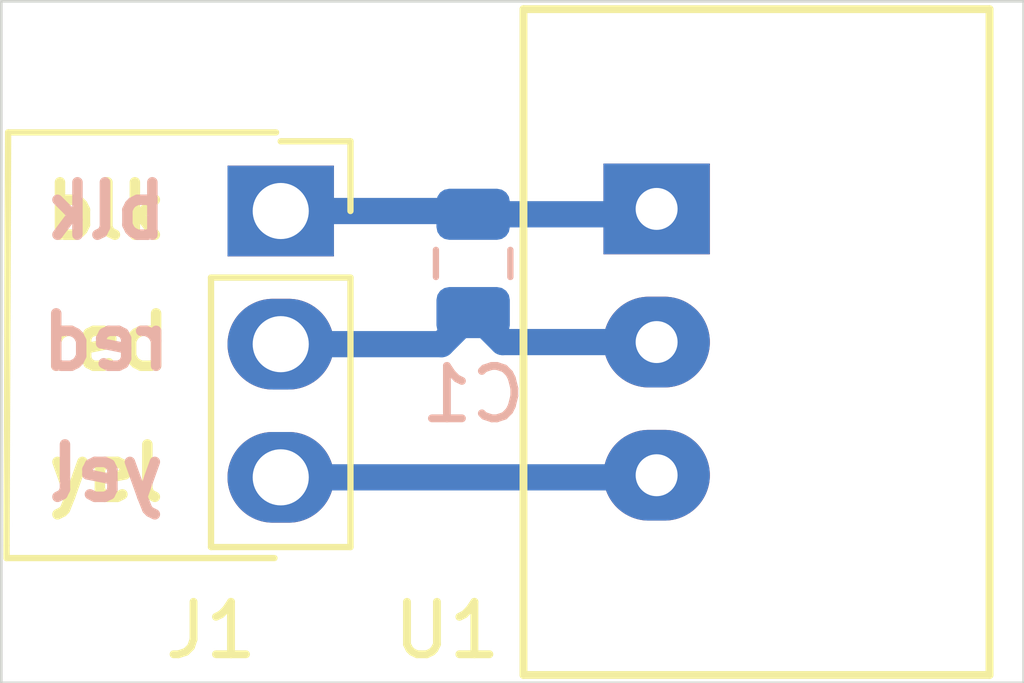
<source format=kicad_pcb>
(kicad_pcb (version 20171130) (host pcbnew "(5.1.5)-3")

  (general
    (thickness 1.6)
    (drawings 15)
    (tracks 11)
    (zones 0)
    (modules 3)
    (nets 4)
  )

  (page A4)
  (layers
    (0 F.Cu signal)
    (31 B.Cu signal)
    (32 B.Adhes user)
    (33 F.Adhes user)
    (34 B.Paste user)
    (35 F.Paste user)
    (36 B.SilkS user)
    (37 F.SilkS user)
    (38 B.Mask user)
    (39 F.Mask user)
    (40 Dwgs.User user)
    (41 Cmts.User user)
    (42 Eco1.User user)
    (43 Eco2.User user)
    (44 Edge.Cuts user)
    (45 Margin user)
    (46 B.CrtYd user)
    (47 F.CrtYd user hide)
    (48 B.Fab user)
    (49 F.Fab user hide)
  )

  (setup
    (last_trace_width 0.25)
    (trace_clearance 0.2)
    (zone_clearance 0.508)
    (zone_45_only no)
    (trace_min 0.2)
    (via_size 0.8)
    (via_drill 0.4)
    (via_min_size 0.4)
    (via_min_drill 0.3)
    (uvia_size 0.3)
    (uvia_drill 0.1)
    (uvias_allowed no)
    (uvia_min_size 0.2)
    (uvia_min_drill 0.1)
    (edge_width 0.05)
    (segment_width 0.2)
    (pcb_text_width 0.3)
    (pcb_text_size 1.5 1.5)
    (mod_edge_width 0.12)
    (mod_text_size 1 1)
    (mod_text_width 0.15)
    (pad_size 1.524 1.524)
    (pad_drill 0.762)
    (pad_to_mask_clearance 0.051)
    (solder_mask_min_width 0.25)
    (aux_axis_origin 0 0)
    (visible_elements FFFFFF7F)
    (pcbplotparams
      (layerselection 0x010fc_ffffffff)
      (usegerberextensions false)
      (usegerberattributes false)
      (usegerberadvancedattributes false)
      (creategerberjobfile false)
      (excludeedgelayer true)
      (linewidth 0.100000)
      (plotframeref false)
      (viasonmask false)
      (mode 1)
      (useauxorigin false)
      (hpglpennumber 1)
      (hpglpenspeed 20)
      (hpglpendiameter 15.000000)
      (psnegative false)
      (psa4output false)
      (plotreference true)
      (plotvalue true)
      (plotinvisibletext false)
      (padsonsilk false)
      (subtractmaskfromsilk false)
      (outputformat 1)
      (mirror false)
      (drillshape 1)
      (scaleselection 1)
      (outputdirectory ""))
  )

  (net 0 "")
  (net 1 "Net-(C1-Pad1)")
  (net 2 "Net-(C1-Pad2)")
  (net 3 "Net-(J1-Pad3)")

  (net_class Default "This is the default net class."
    (clearance 0.2)
    (trace_width 0.25)
    (via_dia 0.8)
    (via_drill 0.4)
    (uvia_dia 0.3)
    (uvia_drill 0.1)
    (add_net "Net-(C1-Pad1)")
    (add_net "Net-(C1-Pad2)")
    (add_net "Net-(J1-Pad3)")
  )

  (module OpticalHeaderRev0:OpticalTX (layer F.Cu) (tedit 5E5C08D0) (tstamp 5E5C3F53)
    (at 142.5 112.5 270)
    (descr "3-pin CPU fan Through hole pin header, see http://www.formfactors.org/developer%5Cspecs%5Crev1_2_public.pdf")
    (tags "pin header 3-pin CPU fan")
    (path /5E5C0921)
    (fp_text reference U1 (at 5.5 4 180) (layer F.SilkS)
      (effects (font (size 1 1) (thickness 0.15)))
    )
    (fp_text value "Optical TX" (at 0 5.08 90) (layer F.Fab)
      (effects (font (size 1 1) (thickness 0.15)))
    )
    (fp_line (start -6.35 -6.35) (end -6.35 2.54) (layer F.SilkS) (width 0.15))
    (fp_line (start 6.35 -6.35) (end -6.35 -6.35) (layer F.SilkS) (width 0.15))
    (fp_line (start 6.35 2.54) (end 6.35 -6.35) (layer F.SilkS) (width 0.15))
    (fp_line (start -6.35 2.54) (end 6.35 2.54) (layer F.SilkS) (width 0.15))
    (fp_text user %R (at -5.08 3.81 90) (layer F.Fab)
      (effects (font (size 1 1) (thickness 0.15)))
    )
    (pad "" np_thru_hole circle (at 3.81 -3.81) (size 3.3 3.3) (drill 3.3) (layers *.Cu *.Mask))
    (pad "" np_thru_hole circle (at -3.81 -3.81) (size 3.3 3.3) (drill 3.3) (layers *.Cu *.Mask))
    (pad 3 thru_hole oval (at 2.54 0) (size 2.03 1.73) (drill 0.8) (layers *.Cu *.Mask)
      (net 3 "Net-(J1-Pad3)"))
    (pad 2 thru_hole oval (at 0 0) (size 2.03 1.73) (drill 0.8) (layers *.Cu *.Mask)
      (net 1 "Net-(C1-Pad1)"))
    (pad 1 thru_hole rect (at -2.54 0) (size 2.03 1.73) (drill 0.8) (layers *.Cu *.Mask)
      (net 2 "Net-(C1-Pad2)"))
    (model ${KISYS3DMOD}/Connector.3dshapes/FanPinHeader_1x03_P2.54mm_Vertical.wrl
      (at (xyz 0 0 0))
      (scale (xyz 1 1 1))
      (rotate (xyz 0 0 0))
    )
  )

  (module Capacitor_SMD:C_0805_2012Metric (layer B.Cu) (tedit 5B36C52B) (tstamp 5E5C44F9)
    (at 139 111 90)
    (descr "Capacitor SMD 0805 (2012 Metric), square (rectangular) end terminal, IPC_7351 nominal, (Body size source: https://docs.google.com/spreadsheets/d/1BsfQQcO9C6DZCsRaXUlFlo91Tg2WpOkGARC1WS5S8t0/edit?usp=sharing), generated with kicad-footprint-generator")
    (tags capacitor)
    (path /5E5C003C)
    (attr smd)
    (fp_text reference C1 (at -2.5 0 180) (layer B.SilkS)
      (effects (font (size 1 1) (thickness 0.15)) (justify mirror))
    )
    (fp_text value 0.1uF (at 0 -1.65 90) (layer B.Fab)
      (effects (font (size 1 1) (thickness 0.15)) (justify mirror))
    )
    (fp_line (start -1 -0.6) (end -1 0.6) (layer B.Fab) (width 0.1))
    (fp_line (start -1 0.6) (end 1 0.6) (layer B.Fab) (width 0.1))
    (fp_line (start 1 0.6) (end 1 -0.6) (layer B.Fab) (width 0.1))
    (fp_line (start 1 -0.6) (end -1 -0.6) (layer B.Fab) (width 0.1))
    (fp_line (start -0.258578 0.71) (end 0.258578 0.71) (layer B.SilkS) (width 0.12))
    (fp_line (start -0.258578 -0.71) (end 0.258578 -0.71) (layer B.SilkS) (width 0.12))
    (fp_line (start -1.68 -0.95) (end -1.68 0.95) (layer B.CrtYd) (width 0.05))
    (fp_line (start -1.68 0.95) (end 1.68 0.95) (layer B.CrtYd) (width 0.05))
    (fp_line (start 1.68 0.95) (end 1.68 -0.95) (layer B.CrtYd) (width 0.05))
    (fp_line (start 1.68 -0.95) (end -1.68 -0.95) (layer B.CrtYd) (width 0.05))
    (fp_text user %R (at 0 0 90) (layer B.Fab)
      (effects (font (size 0.5 0.5) (thickness 0.08)) (justify mirror))
    )
    (pad 1 smd roundrect (at -0.9375 0 90) (size 0.975 1.4) (layers B.Cu B.Paste B.Mask) (roundrect_rratio 0.25)
      (net 1 "Net-(C1-Pad1)"))
    (pad 2 smd roundrect (at 0.9375 0 90) (size 0.975 1.4) (layers B.Cu B.Paste B.Mask) (roundrect_rratio 0.25)
      (net 2 "Net-(C1-Pad2)"))
    (model ${KISYS3DMOD}/Capacitor_SMD.3dshapes/C_0805_2012Metric.wrl
      (at (xyz 0 0 0))
      (scale (xyz 1 1 1))
      (rotate (xyz 0 0 0))
    )
  )

  (module OpticalHeaderRev0:PinSocket_1x03_P2.54mm_Vertical (layer F.Cu) (tedit 5E5C052B) (tstamp 5E5C48DC)
    (at 135.33 110)
    (descr "Through hole straight socket strip, 1x03, 2.54mm pitch, single row (from Kicad 4.0.7), script generated")
    (tags "Through hole socket strip THT 1x03 2.54mm single row")
    (path /5E5BD774)
    (fp_text reference J1 (at -1.33 8) (layer F.SilkS)
      (effects (font (size 1 1) (thickness 0.15)))
    )
    (fp_text value 38-00-1333 (at 0 7.85) (layer F.Fab)
      (effects (font (size 1 1) (thickness 0.15)))
    )
    (fp_line (start -1.27 -1.27) (end 0.635 -1.27) (layer F.Fab) (width 0.1))
    (fp_line (start 0.635 -1.27) (end 1.27 -0.635) (layer F.Fab) (width 0.1))
    (fp_line (start 1.27 -0.635) (end 1.27 6.35) (layer F.Fab) (width 0.1))
    (fp_line (start 1.27 6.35) (end -1.27 6.35) (layer F.Fab) (width 0.1))
    (fp_line (start -1.27 6.35) (end -1.27 -1.27) (layer F.Fab) (width 0.1))
    (fp_line (start -1.33 1.27) (end 1.33 1.27) (layer F.SilkS) (width 0.12))
    (fp_line (start -1.33 1.27) (end -1.33 6.41) (layer F.SilkS) (width 0.12))
    (fp_line (start -1.33 6.41) (end 1.33 6.41) (layer F.SilkS) (width 0.12))
    (fp_line (start 1.33 1.27) (end 1.33 6.41) (layer F.SilkS) (width 0.12))
    (fp_line (start 1.33 -1.33) (end 1.33 0) (layer F.SilkS) (width 0.12))
    (fp_line (start 0 -1.33) (end 1.33 -1.33) (layer F.SilkS) (width 0.12))
    (fp_line (start -1.8 -1.8) (end 1.75 -1.8) (layer F.CrtYd) (width 0.05))
    (fp_line (start 1.75 -1.8) (end 1.75 6.85) (layer F.CrtYd) (width 0.05))
    (fp_line (start 1.75 6.85) (end -1.8 6.85) (layer F.CrtYd) (width 0.05))
    (fp_line (start -1.8 6.85) (end -1.8 -1.8) (layer F.CrtYd) (width 0.05))
    (fp_text user %R (at 0 2.54 90) (layer F.Fab)
      (effects (font (size 1 1) (thickness 0.15)))
    )
    (pad 1 thru_hole rect (at 0 0) (size 2.03 1.73) (drill 1.07) (layers *.Cu *.Mask)
      (net 2 "Net-(C1-Pad2)"))
    (pad 2 thru_hole oval (at 0 2.54) (size 2.03 1.73) (drill 1.07) (layers *.Cu *.Mask)
      (net 1 "Net-(C1-Pad1)"))
    (pad 3 thru_hole oval (at 0 5.08) (size 2.03 1.73) (drill 1.07) (layers *.Cu *.Mask)
      (net 3 "Net-(J1-Pad3)"))
    (model ${KISYS3DMOD}/Connector_PinSocket_2.54mm.3dshapes/PinSocket_1x03_P2.54mm_Vertical.wrl
      (at (xyz 0 0 0))
      (scale (xyz 1 1 1))
      (rotate (xyz 0 0 0))
    )
  )

  (gr_line (start 130.1 116.62) (end 130.1 116.54) (layer F.SilkS) (width 0.12) (tstamp 5E5C5088))
  (gr_line (start 135.21 116.62) (end 130.1 116.62) (layer F.SilkS) (width 0.12))
  (gr_line (start 130.1 116.38) (end 130.1 116.54) (layer F.SilkS) (width 0.12))
  (gr_line (start 130.13 108.5) (end 130.1 116.38) (layer F.SilkS) (width 0.12))
  (gr_line (start 135.24 108.5) (end 130.13 108.5) (layer F.SilkS) (width 0.12))
  (gr_text blk (at 132 110) (layer B.SilkS) (tstamp 5E5C5060)
    (effects (font (size 1 1) (thickness 0.2)) (justify mirror))
  )
  (gr_text red (at 132 112.5) (layer B.SilkS) (tstamp 5E5C504E)
    (effects (font (size 1 1) (thickness 0.2)) (justify mirror))
  )
  (gr_text yel (at 132 115) (layer B.SilkS) (tstamp 5E5C5047)
    (effects (font (size 1 1) (thickness 0.2)) (justify mirror))
  )
  (gr_text blk (at 132 110) (layer F.SilkS) (tstamp 5E5C503F)
    (effects (font (size 1 1) (thickness 0.2)))
  )
  (gr_text red (at 132 112.5) (layer F.SilkS) (tstamp 5E5C503F)
    (effects (font (size 1 1) (thickness 0.2)))
  )
  (gr_text yel (at 132 115) (layer F.SilkS)
    (effects (font (size 1 1) (thickness 0.2)))
  )
  (gr_line (start 149.5 119) (end 130 119) (layer Edge.Cuts) (width 0.05))
  (gr_line (start 130 106) (end 149.5 106) (layer Edge.Cuts) (width 0.05) (tstamp 5E5C421C))
  (gr_line (start 130 106) (end 130 119) (layer Edge.Cuts) (width 0.05))
  (gr_line (start 149.5 119) (end 149.5 106) (layer Edge.Cuts) (width 0.05))

  (segment (start 138.3975 112.54) (end 139 111.9375) (width 0.5) (layer B.Cu) (net 1))
  (segment (start 135.33 112.54) (end 138.3975 112.54) (width 0.5) (layer B.Cu) (net 1))
  (segment (start 139.5625 112.5) (end 139 111.9375) (width 0.5) (layer B.Cu) (net 1))
  (segment (start 142.5 112.5) (end 139.5625 112.5) (width 0.5) (layer B.Cu) (net 1))
  (segment (start 139.1025 109.96) (end 139 110.0625) (width 0.25) (layer B.Cu) (net 2))
  (segment (start 138.9375 110) (end 139 110.0625) (width 0.5) (layer B.Cu) (net 2))
  (segment (start 135.33 110) (end 138.9375 110) (width 0.5) (layer B.Cu) (net 2))
  (segment (start 142.3975 110.0625) (end 142.5 109.96) (width 0.5) (layer B.Cu) (net 2))
  (segment (start 139 110.0625) (end 142.3975 110.0625) (width 0.5) (layer B.Cu) (net 2))
  (segment (start 142.46 115.08) (end 142.5 115.04) (width 0.5) (layer B.Cu) (net 3))
  (segment (start 135.33 115.08) (end 142.46 115.08) (width 0.5) (layer B.Cu) (net 3))

)

</source>
